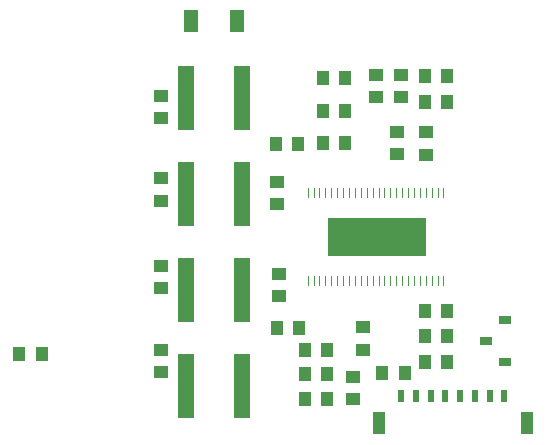
<source format=gbr>
G04 DipTrace 3.3.1.3*
G04 BottomPaste.gbr*
%MOIN*%
G04 #@! TF.FileFunction,Paste,Bot*
G04 #@! TF.Part,Single*
%ADD104R,0.326614X0.129764*%
%ADD106R,0.003189X0.031339*%
%ADD110R,0.041181X0.027402*%
%ADD120R,0.054961X0.216378*%
%ADD126R,0.04315X0.076614*%
%ADD128R,0.023465X0.039213*%
%ADD150R,0.047087X0.074646*%
%ADD154R,0.04315X0.051024*%
%ADD156R,0.051024X0.04315*%
%FSLAX26Y26*%
G04*
G70*
G90*
G75*
G01*
G04 BotPaste*
%LPD*%
D156*
X1743252Y1543622D3*
Y1618425D3*
D154*
X1566087Y1390079D3*
X1640890D3*
X1580388Y699046D3*
X1505585D3*
X1566087Y1496378D3*
X1640890D3*
X1566087Y1606614D3*
X1640890D3*
X1580388Y618720D3*
X1505585D3*
X1580184Y538395D3*
X1505381D3*
X1979472Y748346D3*
X1904669D3*
D156*
X1908606Y1425512D3*
Y1350709D3*
D154*
X1979983Y660366D3*
X1905180D3*
X1762937Y622362D3*
X1837740D3*
D156*
X1812596Y1352808D3*
Y1427612D3*
D154*
X1979472Y1527874D3*
X1904669D3*
X1904975Y831243D3*
X1979778D3*
D156*
X1413487Y1261362D3*
Y1186559D3*
X1699945Y701102D3*
Y775906D3*
X1664512Y535748D3*
Y610551D3*
D154*
X1408606Y1386142D3*
X1483409D3*
D156*
X1419738Y880277D3*
Y955080D3*
D154*
X1411864Y773811D3*
X1486667D3*
D156*
X1026717Y905827D3*
Y980630D3*
Y626299D3*
Y701102D3*
Y1547559D3*
Y1472756D3*
Y1271969D3*
Y1197165D3*
D154*
X629079Y685354D3*
X554276D3*
D150*
X1278685Y1795591D3*
X1125147D3*
D128*
X1825929Y547559D3*
X1875142D3*
D126*
X2245220Y457205D3*
X1751126D3*
D128*
X1924354Y547559D3*
X2022780D3*
X1973567D3*
X2121205D3*
X2071992D3*
X2170417D3*
D120*
X1294433Y899168D3*
X1109394D3*
X1294433Y579055D3*
X1109394D3*
X1294433Y1539395D3*
X1109394D3*
X1294433Y1219282D3*
X1109394D3*
D156*
X1825929Y1543622D3*
Y1618425D3*
D154*
X1979472Y1614488D3*
X1904669D3*
D110*
X2172386Y799528D3*
Y661732D3*
X2109394Y730631D3*
D106*
X1518125Y1223858D3*
X1537810D3*
X1557495D3*
X1577180D3*
X1596865D3*
X1616550D3*
X1636235D3*
X1655920D3*
X1675605D3*
X1695290D3*
X1714975D3*
X1734660D3*
X1754345D3*
X1774030D3*
X1793715D3*
X1813400D3*
X1833085D3*
X1852770D3*
X1872455D3*
X1892140D3*
X1911825D3*
X1931510D3*
X1951196D3*
X1970881D3*
Y928583D3*
X1951196D3*
X1931510D3*
X1911825D3*
X1892140D3*
X1872455D3*
X1852770D3*
X1833085D3*
X1813400D3*
X1793715D3*
X1774030D3*
X1754345D3*
X1734660D3*
X1714975D3*
X1695290D3*
X1675605D3*
X1655920D3*
X1636235D3*
X1616550D3*
X1596865D3*
X1577180D3*
X1557495D3*
X1537810D3*
X1518125D3*
D104*
X1744503Y1076220D3*
M02*

</source>
